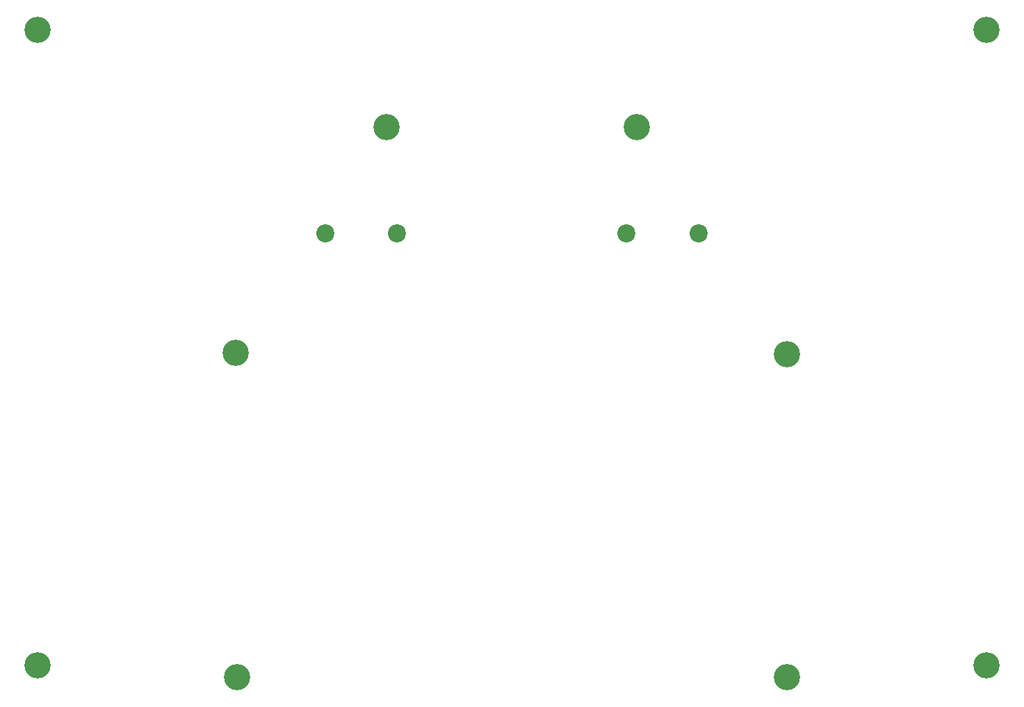
<source format=gbr>
%TF.GenerationSoftware,KiCad,Pcbnew,7.0.8*%
%TF.CreationDate,2023-11-09T04:03:27-05:00*%
%TF.ProjectId,RCTransmitterAecertRobotics,52435472-616e-4736-9d69-747465724165,rev?*%
%TF.SameCoordinates,Original*%
%TF.FileFunction,NonPlated,1,2,NPTH,Drill*%
%TF.FilePolarity,Positive*%
%FSLAX46Y46*%
G04 Gerber Fmt 4.6, Leading zero omitted, Abs format (unit mm)*
G04 Created by KiCad (PCBNEW 7.0.8) date 2023-11-09 04:03:27*
%MOMM*%
%LPD*%
G01*
G04 APERTURE LIST*
%TA.AperFunction,ComponentDrill*%
%ADD10C,2.200000*%
%TD*%
%TA.AperFunction,ComponentDrill*%
%ADD11C,3.200000*%
%TD*%
G04 APERTURE END LIST*
D10*
%TO.C,Pot1*%
X118200000Y-85090000D03*
X127000000Y-85090000D03*
%TO.C,Pot2*%
X154940000Y-85090000D03*
X163740000Y-85090000D03*
D11*
%TO.C,H1*%
X83185000Y-60325000D03*
%TO.C,H3*%
X83185000Y-137795000D03*
%TO.C,H9*%
X107306032Y-99690751D03*
%TO.C,H10*%
X107445778Y-139162731D03*
%TO.C,H7*%
X125730000Y-72136000D03*
%TO.C,H8*%
X156210000Y-72136000D03*
%TO.C,H6*%
X174493637Y-99822788D03*
%TO.C,H5*%
X174498151Y-139192604D03*
%TO.C,H2*%
X198755000Y-60325000D03*
%TO.C,H4*%
X198755000Y-137795000D03*
M02*

</source>
